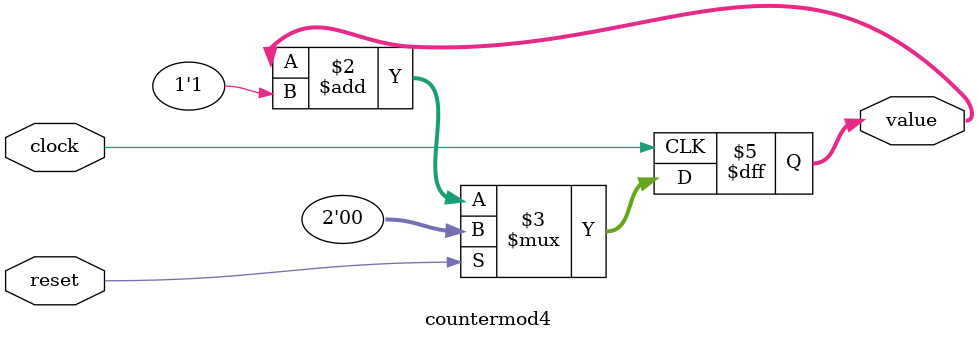
<source format=sv>
`timescale 1ns / 1ps
`default_nettype none

module countermod4 (
	input  wire clock,    // Clock
	input  wire reset,
	output logic [1:0] value = 2'b00
);

	always_ff @(posedge clock) begin
		value <= reset ? 2'b00 : (value + 1'b1);
	end


endmodule

</source>
